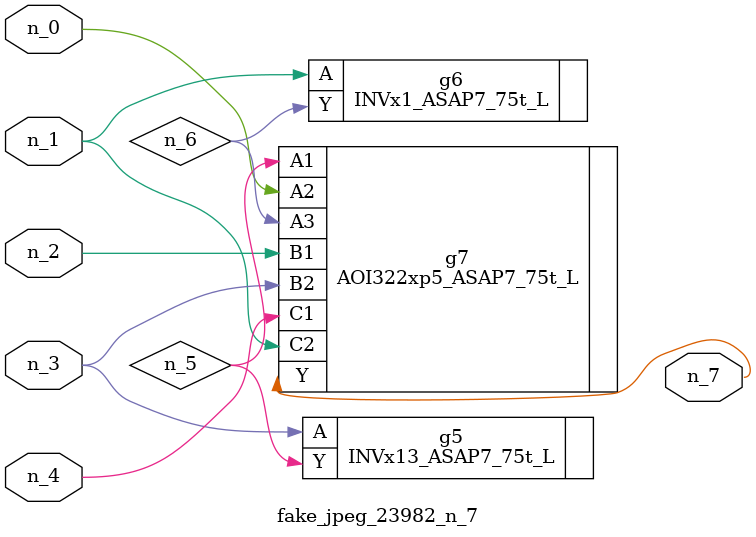
<source format=v>
module fake_jpeg_23982_n_7 (n_3, n_2, n_1, n_0, n_4, n_7);

input n_3;
input n_2;
input n_1;
input n_0;
input n_4;

output n_7;

wire n_6;
wire n_5;

INVx13_ASAP7_75t_L g5 ( 
.A(n_3),
.Y(n_5)
);

INVx1_ASAP7_75t_L g6 ( 
.A(n_1),
.Y(n_6)
);

AOI322xp5_ASAP7_75t_L g7 ( 
.A1(n_5),
.A2(n_0),
.A3(n_6),
.B1(n_2),
.B2(n_3),
.C1(n_4),
.C2(n_1),
.Y(n_7)
);


endmodule
</source>
